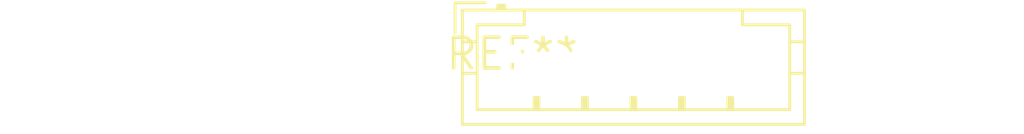
<source format=kicad_pcb>
(kicad_pcb (version 20240108) (generator pcbnew)
  (layers (0 "F.Cu" signal) (31 "B.Cu" signal) (34 "B.Paste" user) (35 "F.Paste" user) (36 "B.SilkS" user "B.Silkscreen") (37 "F.SilkS" user "F.Silkscreen") (38 "B.Mask" user) (39 "F.Mask" user) (44 "Edge.Cuts" user))
  (net 0 "")
  (footprint "JST_PH_B6B-PH-K_1x06_P2.00mm_Vertical" (layer "F.Cu") (at 0 0)
    (property "Reference" "REF**")
    (property "Value" "JST_PH_B6B-PH-K_1x06_P2.00mm_Vertical")
    (fp_line (start -2.36 -2.11) (end -2.36 -0.86) (layer "F.SilkS") (stroke (width 0.12)))
    (fp_line (start -2.06 -1.81) (end -2.06 2.91) (layer "F.SilkS") (stroke (width 0.12)))
    (fp_line (start -2.06 -0.5) (end -1.45 -0.5) (layer "F.SilkS") (stroke (width 0.12)))
    (fp_line (start -2.06 0.8) (end -1.45 0.8) (layer "F.SilkS") (stroke (width 0.12)))
    (fp_line (start -2.06 2.91) (end 12.06 2.91) (layer "F.SilkS") (stroke (width 0.12)))
    (fp_line (start -1.45 -1.2) (end -1.45 2.3) (layer "F.SilkS") (stroke (width 0.12)))
    (fp_line (start -1.45 2.3) (end 11.45 2.3) (layer "F.SilkS") (stroke (width 0.12)))
    (fp_line (start -1.11 -2.11) (end -2.36 -2.11) (layer "F.SilkS") (stroke (width 0.12)))
    (fp_line (start -0.6 -2.01) (end -0.6 -1.81) (layer "F.SilkS") (stroke (width 0.12)))
    (fp_line (start -0.3 -2.01) (end -0.6 -2.01) (layer "F.SilkS") (stroke (width 0.12)))
    (fp_line (start -0.3 -1.91) (end -0.6 -1.91) (layer "F.SilkS") (stroke (width 0.12)))
    (fp_line (start -0.3 -1.81) (end -0.3 -2.01) (layer "F.SilkS") (stroke (width 0.12)))
    (fp_line (start 0.5 -1.81) (end 0.5 -1.2) (layer "F.SilkS") (stroke (width 0.12)))
    (fp_line (start 0.5 -1.2) (end -1.45 -1.2) (layer "F.SilkS") (stroke (width 0.12)))
    (fp_line (start 0.9 1.8) (end 1.1 1.8) (layer "F.SilkS") (stroke (width 0.12)))
    (fp_line (start 0.9 2.3) (end 0.9 1.8) (layer "F.SilkS") (stroke (width 0.12)))
    (fp_line (start 1 2.3) (end 1 1.8) (layer "F.SilkS") (stroke (width 0.12)))
    (fp_line (start 1.1 1.8) (end 1.1 2.3) (layer "F.SilkS") (stroke (width 0.12)))
    (fp_line (start 2.9 1.8) (end 3.1 1.8) (layer "F.SilkS") (stroke (width 0.12)))
    (fp_line (start 2.9 2.3) (end 2.9 1.8) (layer "F.SilkS") (stroke (width 0.12)))
    (fp_line (start 3 2.3) (end 3 1.8) (layer "F.SilkS") (stroke (width 0.12)))
    (fp_line (start 3.1 1.8) (end 3.1 2.3) (layer "F.SilkS") (stroke (width 0.12)))
    (fp_line (start 4.9 1.8) (end 5.1 1.8) (layer "F.SilkS") (stroke (width 0.12)))
    (fp_line (start 4.9 2.3) (end 4.9 1.8) (layer "F.SilkS") (stroke (width 0.12)))
    (fp_line (start 5 2.3) (end 5 1.8) (layer "F.SilkS") (stroke (width 0.12)))
    (fp_line (start 5.1 1.8) (end 5.1 2.3) (layer "F.SilkS") (stroke (width 0.12)))
    (fp_line (start 6.9 1.8) (end 7.1 1.8) (layer "F.SilkS") (stroke (width 0.12)))
    (fp_line (start 6.9 2.3) (end 6.9 1.8) (layer "F.SilkS") (stroke (width 0.12)))
    (fp_line (start 7 2.3) (end 7 1.8) (layer "F.SilkS") (stroke (width 0.12)))
    (fp_line (start 7.1 1.8) (end 7.1 2.3) (layer "F.SilkS") (stroke (width 0.12)))
    (fp_line (start 8.9 1.8) (end 9.1 1.8) (layer "F.SilkS") (stroke (width 0.12)))
    (fp_line (start 8.9 2.3) (end 8.9 1.8) (layer "F.SilkS") (stroke (width 0.12)))
    (fp_line (start 9 2.3) (end 9 1.8) (layer "F.SilkS") (stroke (width 0.12)))
    (fp_line (start 9.1 1.8) (end 9.1 2.3) (layer "F.SilkS") (stroke (width 0.12)))
    (fp_line (start 9.5 -1.2) (end 9.5 -1.81) (layer "F.SilkS") (stroke (width 0.12)))
    (fp_line (start 11.45 -1.2) (end 9.5 -1.2) (layer "F.SilkS") (stroke (width 0.12)))
    (fp_line (start 11.45 2.3) (end 11.45 -1.2) (layer "F.SilkS") (stroke (width 0.12)))
    (fp_line (start 12.06 -1.81) (end -2.06 -1.81) (layer "F.SilkS") (stroke (width 0.12)))
    (fp_line (start 12.06 -0.5) (end 11.45 -0.5) (layer "F.SilkS") (stroke (width 0.12)))
    (fp_line (start 12.06 0.8) (end 11.45 0.8) (layer "F.SilkS") (stroke (width 0.12)))
    (fp_line (start 12.06 2.91) (end 12.06 -1.81) (layer "F.SilkS") (stroke (width 0.12)))
    (pad "1" thru_hole roundrect (at 0 0) (size 1.2 1.75) (drill 0.75) (layers *.Cu *.Mask) (remove_unused_layers) (roundrect_rratio 0.208333))
    (pad "2" thru_hole oval (at 2 0) (size 1.2 1.75) (drill 0.75) (layers *.Cu *.Mask) (remove_unused_layers))
    (pad "3" thru_hole oval (at 4 0) (size 1.2 1.75) (drill 0.75) (layers *.Cu *.Mask) (remove_unused_layers))
    (pad "4" thru_hole oval (at 6 0) (size 1.2 1.75) (drill 0.75) (layers *.Cu *.Mask) (remove_unused_layers))
    (pad "5" thru_hole oval (at 8 0) (size 1.2 1.75) (drill 0.75) (layers *.Cu *.Mask) (remove_unused_layers))
    (pad "6" thru_hole oval (at 10 0) (size 1.2 1.75) (drill 0.75) (layers *.Cu *.Mask) (remove_unused_layers))
  )
)
</source>
